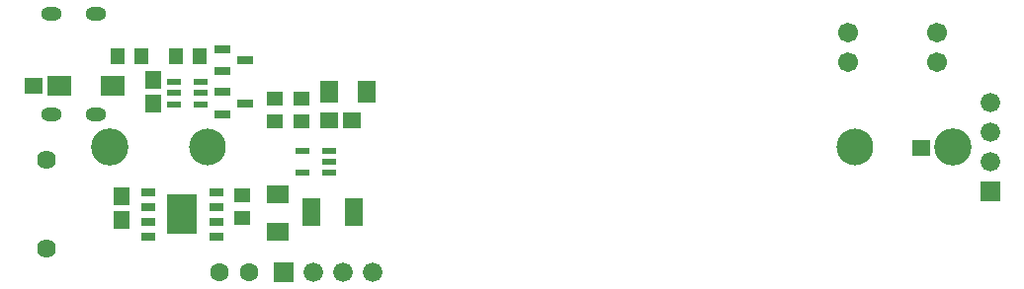
<source format=gbs>
G04*
G04 #@! TF.GenerationSoftware,Altium Limited,Altium Designer,24.1.2 (44)*
G04*
G04 Layer_Color=16711935*
%FSTAX24Y24*%
%MOIN*%
G70*
G04*
G04 #@! TF.SameCoordinates,D42F5CEB-65A2-4495-9315-5EDE3D0C892D*
G04*
G04*
G04 #@! TF.FilePolarity,Negative*
G04*
G01*
G75*
%ADD25R,0.0486X0.0582*%
%ADD27R,0.0595X0.0572*%
%ADD37R,0.0572X0.0595*%
%ADD38R,0.0582X0.0486*%
%ADD39C,0.1260*%
%ADD40C,0.1240*%
%ADD41C,0.0660*%
%ADD42R,0.0660X0.0660*%
%ADD43C,0.0630*%
%ADD44O,0.0709X0.0472*%
%ADD45C,0.0670*%
%ADD46C,0.0639*%
%ADD47R,0.0660X0.0660*%
%ADD78R,0.0720X0.0625*%
%ADD79R,0.0625X0.0720*%
%ADD80R,0.0846X0.0678*%
%ADD81R,0.0496X0.0233*%
%ADD82R,0.0503X0.0233*%
%ADD83R,0.0630X0.0945*%
%ADD84R,0.0532X0.0316*%
%ADD85R,0.0462X0.0249*%
%ADD86R,0.0512X0.0276*%
%ADD87R,0.0985X0.1339*%
D25*
X003383Y00798D02*
D03*
X00417D02*
D03*
X00613D02*
D03*
X005343D02*
D03*
D27*
X03049Y00488D02*
D03*
X00053Y00698D02*
D03*
X011287Y005816D02*
D03*
X0105D02*
D03*
D37*
X00456Y00717D02*
D03*
Y006383D02*
D03*
X00351Y002443D02*
D03*
Y00323D02*
D03*
D38*
X009571Y006548D02*
D03*
Y00576D02*
D03*
X00866Y006548D02*
D03*
Y00576D02*
D03*
X00756Y002493D02*
D03*
Y00328D02*
D03*
D39*
X003093Y0049D02*
D03*
X031557D02*
D03*
D40*
X0064D02*
D03*
X02825D02*
D03*
D41*
X01198Y00067D02*
D03*
X01098D02*
D03*
X00998D02*
D03*
X03281Y0044D02*
D03*
Y0054D02*
D03*
Y0064D02*
D03*
D42*
X00898Y00067D02*
D03*
D43*
X0078Y00066D02*
D03*
X0068D02*
D03*
D44*
X001133Y009414D02*
D03*
X002629D02*
D03*
X001132Y006012D02*
D03*
X002629D02*
D03*
D45*
X03102Y00877D02*
D03*
Y00777D02*
D03*
X02802D02*
D03*
Y00877D02*
D03*
D46*
X00097Y00447D02*
D03*
Y00147D02*
D03*
D47*
X03281Y0034D02*
D03*
D78*
X00876Y00204D02*
D03*
Y003294D02*
D03*
D79*
X010506Y00679D02*
D03*
X01176D02*
D03*
D80*
X003214Y006973D02*
D03*
X0014Y00698D02*
D03*
D81*
X01052Y004774D02*
D03*
Y0044D02*
D03*
Y004026D02*
D03*
D82*
X009612D02*
D03*
Y004774D02*
D03*
D83*
X009893Y00271D02*
D03*
X01135D02*
D03*
D84*
X00768Y00784D02*
D03*
X006893Y008214D02*
D03*
Y007466D02*
D03*
X00768Y00639D02*
D03*
X006893Y006764D02*
D03*
Y006016D02*
D03*
D85*
X00619Y007104D02*
D03*
Y00673D02*
D03*
Y006356D02*
D03*
X005285D02*
D03*
Y00673D02*
D03*
Y007104D02*
D03*
D86*
X0067Y00338D02*
D03*
Y00288D02*
D03*
Y00238D02*
D03*
Y00188D02*
D03*
X00441D02*
D03*
Y00238D02*
D03*
Y00288D02*
D03*
Y00338D02*
D03*
D87*
X005555Y00263D02*
D03*
M02*

</source>
